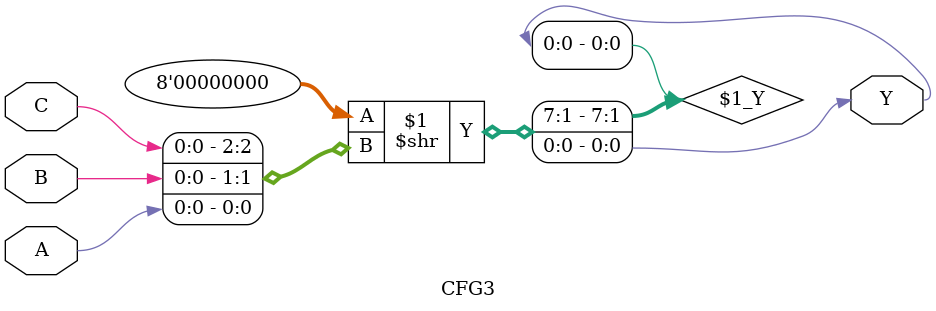
<source format=v>
module CFG3 (
	output Y,
	input A,
	input B,
	input C
);
	parameter [7:0] INIT = 8'h0;
	assign Y = INIT >> {C, B, A};
endmodule
</source>
